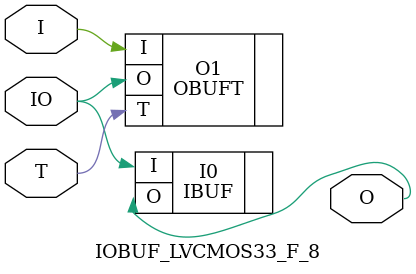
<source format=v>


`timescale  1 ps / 1 ps


module IOBUF_LVCMOS33_F_8 (O, IO, I, T);

    output O;

    inout  IO;

    input  I, T;

        OBUFT #(.IOSTANDARD("LVCMOS33"), .SLEW("FAST"), .DRIVE(8)) O1 (.O(IO), .I(I), .T(T)); 
	IBUF #(.IOSTANDARD("LVCMOS33"))  I0 (.O(O), .I(IO));
        

endmodule



</source>
